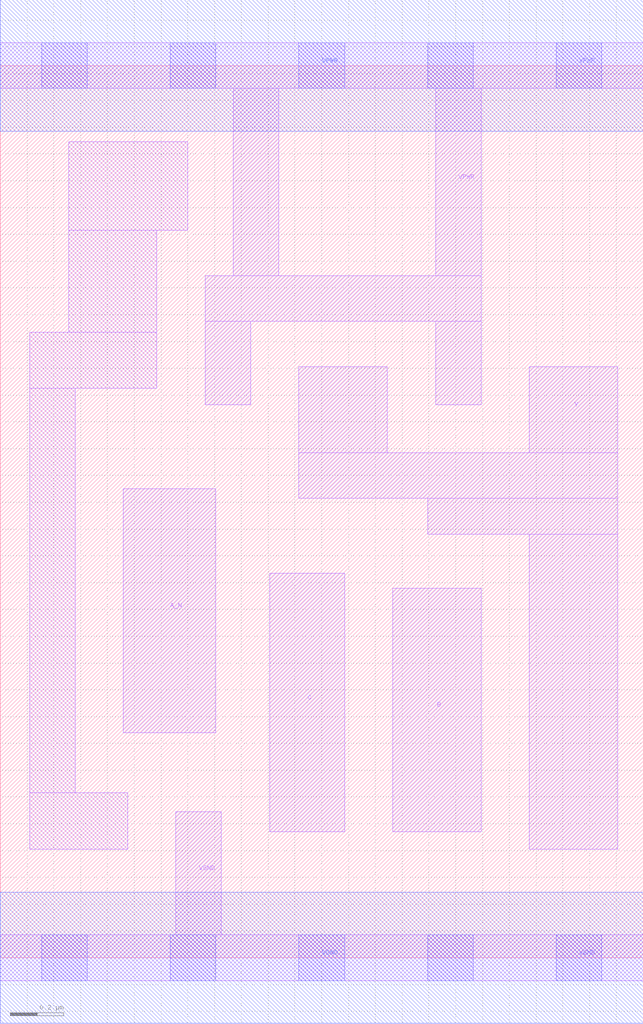
<source format=lef>
# Copyright 2020 The SkyWater PDK Authors
#
# Licensed under the Apache License, Version 2.0 (the "License");
# you may not use this file except in compliance with the License.
# You may obtain a copy of the License at
#
#     https://www.apache.org/licenses/LICENSE-2.0
#
# Unless required by applicable law or agreed to in writing, software
# distributed under the License is distributed on an "AS IS" BASIS,
# WITHOUT WARRANTIES OR CONDITIONS OF ANY KIND, either express or implied.
# See the License for the specific language governing permissions and
# limitations under the License.
#
# SPDX-License-Identifier: Apache-2.0

VERSION 5.7 ;
  NAMESCASESENSITIVE ON ;
  NOWIREEXTENSIONATPIN ON ;
  DIVIDERCHAR "/" ;
  BUSBITCHARS "[]" ;
UNITS
  DATABASE MICRONS 200 ;
END UNITS
MACRO sky130_fd_sc_lp__nand3b_m
  CLASS CORE ;
  SOURCE USER ;
  FOREIGN sky130_fd_sc_lp__nand3b_m ;
  ORIGIN  0.000000  0.000000 ;
  SIZE  2.400000 BY  3.330000 ;
  SYMMETRY X Y R90 ;
  SITE unit ;
  PIN A_N
    ANTENNAGATEAREA  0.126000 ;
    DIRECTION INPUT ;
    USE SIGNAL ;
    PORT
      LAYER li1 ;
        RECT 0.460000 0.840000 0.805000 1.750000 ;
    END
  END A_N
  PIN B
    ANTENNAGATEAREA  0.126000 ;
    DIRECTION INPUT ;
    USE SIGNAL ;
    PORT
      LAYER li1 ;
        RECT 1.465000 0.470000 1.795000 1.380000 ;
    END
  END B
  PIN C
    ANTENNAGATEAREA  0.126000 ;
    DIRECTION INPUT ;
    USE SIGNAL ;
    PORT
      LAYER li1 ;
        RECT 1.005000 0.470000 1.285000 1.435000 ;
    END
  END C
  PIN Y
    ANTENNADIFFAREA  0.350700 ;
    DIRECTION OUTPUT ;
    USE SIGNAL ;
    PORT
      LAYER li1 ;
        RECT 1.115000 1.715000 2.305000 1.885000 ;
        RECT 1.115000 1.885000 1.445000 2.205000 ;
        RECT 1.595000 1.580000 2.305000 1.715000 ;
        RECT 1.975000 0.405000 2.305000 1.580000 ;
        RECT 1.975000 1.885000 2.305000 2.205000 ;
    END
  END Y
  PIN VGND
    DIRECTION INOUT ;
    USE GROUND ;
    PORT
      LAYER li1 ;
        RECT 0.000000 -0.085000 2.400000 0.085000 ;
        RECT 0.655000  0.085000 0.825000 0.545000 ;
      LAYER mcon ;
        RECT 0.155000 -0.085000 0.325000 0.085000 ;
        RECT 0.635000 -0.085000 0.805000 0.085000 ;
        RECT 1.115000 -0.085000 1.285000 0.085000 ;
        RECT 1.595000 -0.085000 1.765000 0.085000 ;
        RECT 2.075000 -0.085000 2.245000 0.085000 ;
      LAYER met1 ;
        RECT 0.000000 -0.245000 2.400000 0.245000 ;
    END
  END VGND
  PIN VPWR
    DIRECTION INOUT ;
    USE POWER ;
    PORT
      LAYER li1 ;
        RECT 0.000000 3.245000 2.400000 3.415000 ;
        RECT 0.765000 2.065000 0.935000 2.375000 ;
        RECT 0.765000 2.375000 1.795000 2.545000 ;
        RECT 0.870000 2.545000 1.040000 3.245000 ;
        RECT 1.625000 2.065000 1.795000 2.375000 ;
        RECT 1.625000 2.545000 1.795000 3.245000 ;
      LAYER mcon ;
        RECT 0.155000 3.245000 0.325000 3.415000 ;
        RECT 0.635000 3.245000 0.805000 3.415000 ;
        RECT 1.115000 3.245000 1.285000 3.415000 ;
        RECT 1.595000 3.245000 1.765000 3.415000 ;
        RECT 2.075000 3.245000 2.245000 3.415000 ;
      LAYER met1 ;
        RECT 0.000000 3.085000 2.400000 3.575000 ;
    END
  END VPWR
  OBS
    LAYER li1 ;
      RECT 0.110000 0.405000 0.475000 0.615000 ;
      RECT 0.110000 0.615000 0.280000 2.125000 ;
      RECT 0.110000 2.125000 0.585000 2.335000 ;
      RECT 0.255000 2.335000 0.585000 2.715000 ;
      RECT 0.255000 2.715000 0.700000 3.045000 ;
  END
END sky130_fd_sc_lp__nand3b_m

</source>
